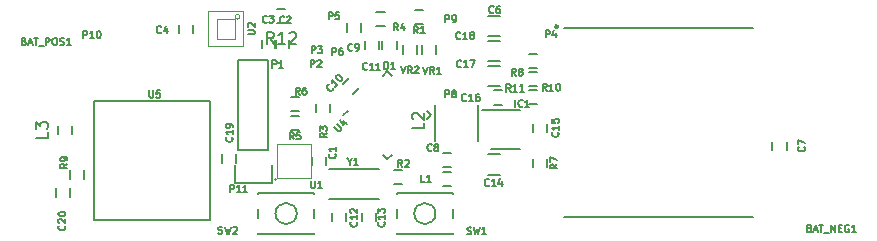
<source format=gto>
G04 #@! TF.FileFunction,Legend,Top*
%FSLAX46Y46*%
G04 Gerber Fmt 4.6, Leading zero omitted, Abs format (unit mm)*
G04 Created by KiCad (PCBNEW (2016-02-18 BZR 6566)-product) date Monday, 28 March 2016 10:54:37*
%MOMM*%
G01*
G04 APERTURE LIST*
%ADD10C,0.100000*%
%ADD11C,0.050000*%
%ADD12C,0.010000*%
%ADD13C,0.150000*%
%ADD14C,0.300000*%
G04 APERTURE END LIST*
D10*
D11*
X120140000Y-81239000D02*
X120140000Y-82939000D01*
X120140000Y-82939000D02*
X118620000Y-82939000D01*
X118620000Y-82939000D02*
X118620000Y-81239000D01*
X118620000Y-81239000D02*
X120140000Y-81239000D01*
D10*
X120580000Y-81089000D02*
G75*
G03X120580000Y-81089000I-200000J0D01*
G01*
D12*
X120880000Y-80589000D02*
X120880000Y-83589000D01*
X120880000Y-83589000D02*
X117880000Y-83589000D01*
X117880000Y-80589000D02*
X117880000Y-83589000D01*
X120880000Y-80589000D02*
X117880000Y-80589000D01*
D13*
X133070000Y-85697448D02*
X133441231Y-86068679D01*
X133070000Y-93122070D02*
X132698769Y-92750839D01*
X136782311Y-89409759D02*
X136411080Y-89038528D01*
X129357689Y-89409759D02*
X129728920Y-89038528D01*
X133070000Y-93122070D02*
X133441231Y-92750839D01*
X136782311Y-89409759D02*
X136411080Y-89780990D01*
X133070000Y-85697448D02*
X132698769Y-86068679D01*
X127880000Y-92960000D02*
X127880000Y-93660000D01*
X126680000Y-93660000D02*
X126680000Y-92960000D01*
X124760000Y-83060000D02*
X124760000Y-83760000D01*
X123560000Y-83760000D02*
X123560000Y-83060000D01*
X123670000Y-83050000D02*
X123670000Y-83750000D01*
X122470000Y-83750000D02*
X122470000Y-83050000D01*
X115460000Y-82460000D02*
X115460000Y-81760000D01*
X116660000Y-81760000D02*
X116660000Y-82460000D01*
X132650000Y-83850000D02*
X132650000Y-83150000D01*
X133850000Y-83150000D02*
X133850000Y-83850000D01*
X135400000Y-80500000D02*
X136100000Y-80500000D01*
X136100000Y-81700000D02*
X135400000Y-81700000D01*
X134300000Y-95260000D02*
X133600000Y-95260000D01*
X133600000Y-94060000D02*
X134300000Y-94060000D01*
X128260000Y-88490000D02*
X128260000Y-89190000D01*
X127060000Y-89190000D02*
X127060000Y-88490000D01*
X132150000Y-80650000D02*
X132850000Y-80650000D01*
X132850000Y-81850000D02*
X132150000Y-81850000D01*
X125610000Y-90700000D02*
X124910000Y-90700000D01*
X124910000Y-89500000D02*
X125610000Y-89500000D01*
X125600000Y-89100000D02*
X124900000Y-89100000D01*
X124900000Y-87900000D02*
X125600000Y-87900000D01*
X145400000Y-93850000D02*
X145400000Y-93150000D01*
X146600000Y-93150000D02*
X146600000Y-93850000D01*
X145770000Y-85410000D02*
X145070000Y-85410000D01*
X145070000Y-84210000D02*
X145770000Y-84210000D01*
X106170000Y-94790000D02*
X106170000Y-94090000D01*
X107370000Y-94090000D02*
X107370000Y-94790000D01*
X136020000Y-84200000D02*
X136020000Y-83500000D01*
X137220000Y-83500000D02*
X137220000Y-84200000D01*
X134390000Y-84200000D02*
X134390000Y-83500000D01*
X135590000Y-83500000D02*
X135590000Y-84200000D01*
X132350000Y-96550000D02*
X128150000Y-96550000D01*
X132350000Y-93950000D02*
X128150000Y-93950000D01*
X138470000Y-93830000D02*
X137770000Y-93830000D01*
X137770000Y-92630000D02*
X138470000Y-92630000D01*
X130850000Y-81650000D02*
X130850000Y-82350000D01*
X129650000Y-82350000D02*
X129650000Y-81650000D01*
X129358579Y-86742893D02*
X129853553Y-86247919D01*
X130702081Y-87096447D02*
X130207107Y-87591421D01*
X131150000Y-83850000D02*
X131150000Y-83150000D01*
X132350000Y-83150000D02*
X132350000Y-83850000D01*
X129600000Y-97690000D02*
X129600000Y-98390000D01*
X128400000Y-98390000D02*
X128400000Y-97690000D01*
X130900000Y-98400000D02*
X130900000Y-97700000D01*
X132100000Y-97700000D02*
X132100000Y-98400000D01*
D11*
X123690711Y-94860000D02*
G75*
G03X123690711Y-94860000I-70711J0D01*
G01*
X123720000Y-91860000D02*
X126620000Y-91860000D01*
X126620000Y-91860000D02*
X126620000Y-94760000D01*
X126620000Y-94760000D02*
X123720000Y-94760000D01*
X123720000Y-94760000D02*
X123720000Y-91860000D01*
D14*
X147470711Y-81900000D02*
G75*
G03X147470711Y-81900000I-70711J0D01*
G01*
D13*
X148000000Y-82000000D02*
X164000000Y-82000000D01*
X148000000Y-98000000D02*
X164000000Y-98000000D01*
X118020000Y-98050000D02*
X118020000Y-98300000D01*
X118020000Y-98300000D02*
X108220000Y-98300000D01*
X108220000Y-98300000D02*
X108220000Y-88250000D01*
X108220000Y-88250000D02*
X118020000Y-88250000D01*
X118020000Y-88250000D02*
X118020000Y-98050000D01*
X142600000Y-81050000D02*
X141600000Y-81050000D01*
X141600000Y-82750000D02*
X142600000Y-82750000D01*
X166875000Y-91650000D02*
X166875000Y-92350000D01*
X165675000Y-92350000D02*
X165675000Y-91650000D01*
X142600000Y-92750000D02*
X141600000Y-92750000D01*
X141600000Y-94450000D02*
X142600000Y-94450000D01*
X146600000Y-90140000D02*
X146600000Y-90840000D01*
X145400000Y-90840000D02*
X145400000Y-90140000D01*
X142110000Y-87320000D02*
X142810000Y-87320000D01*
X142810000Y-88520000D02*
X142110000Y-88520000D01*
X142600000Y-85250000D02*
X141600000Y-85250000D01*
X141600000Y-86950000D02*
X142600000Y-86950000D01*
X142600000Y-83150000D02*
X141600000Y-83150000D01*
X141600000Y-84850000D02*
X142600000Y-84850000D01*
X120270000Y-92740000D02*
X120270000Y-93440000D01*
X119070000Y-93440000D02*
X119070000Y-92740000D01*
X106220000Y-95610000D02*
X106220000Y-96310000D01*
X105020000Y-96310000D02*
X105020000Y-95610000D01*
X137770000Y-94250000D02*
X138470000Y-94250000D01*
X138470000Y-95450000D02*
X137770000Y-95450000D01*
X122992000Y-92376000D02*
X122992000Y-84756000D01*
X120452000Y-92376000D02*
X120452000Y-84756000D01*
X120172000Y-95196000D02*
X120172000Y-93646000D01*
X122992000Y-84756000D02*
X120452000Y-84756000D01*
X120452000Y-92376000D02*
X122992000Y-92376000D01*
X123272000Y-93646000D02*
X123272000Y-95196000D01*
X123272000Y-95196000D02*
X120172000Y-95196000D01*
X138600000Y-96000000D02*
X138600000Y-96100000D01*
X138600000Y-99500000D02*
X138600000Y-99400000D01*
X133900000Y-99400000D02*
X133900000Y-99500000D01*
X133900000Y-96000000D02*
X133900000Y-96100000D01*
X133900000Y-97400000D02*
X133900000Y-98100000D01*
X138600000Y-97400000D02*
X138600000Y-98100000D01*
X138600000Y-96000000D02*
X133900000Y-96000000D01*
X133900000Y-99500000D02*
X138600000Y-99500000D01*
X137150000Y-97750000D02*
G75*
G03X137150000Y-97750000I-900000J0D01*
G01*
X126850000Y-96000000D02*
X126850000Y-96100000D01*
X126850000Y-99500000D02*
X126850000Y-99400000D01*
X122150000Y-99400000D02*
X122150000Y-99500000D01*
X122150000Y-96000000D02*
X122150000Y-96100000D01*
X122150000Y-97400000D02*
X122150000Y-98100000D01*
X126850000Y-97400000D02*
X126850000Y-98100000D01*
X126850000Y-96000000D02*
X122150000Y-96000000D01*
X122150000Y-99500000D02*
X126850000Y-99500000D01*
X125400000Y-97750000D02*
G75*
G03X125400000Y-97750000I-900000J0D01*
G01*
X141825000Y-92290000D02*
X144275000Y-92290000D01*
X141100000Y-88990000D02*
X144275000Y-88990000D01*
X145770000Y-88500000D02*
X145070000Y-88500000D01*
X145070000Y-87300000D02*
X145770000Y-87300000D01*
X145770000Y-86940000D02*
X145070000Y-86940000D01*
X145070000Y-85740000D02*
X145770000Y-85740000D01*
X140740860Y-88598860D02*
X140740860Y-91601140D01*
X137139140Y-88598860D02*
X137139140Y-91601140D01*
X105170000Y-91028000D02*
X105170000Y-90328000D01*
X106370000Y-90328000D02*
X106370000Y-91028000D01*
X124440000Y-81630000D02*
X123740000Y-81630000D01*
X123740000Y-80430000D02*
X124440000Y-80430000D01*
X121251429Y-82546143D02*
X121737143Y-82546143D01*
X121794286Y-82517571D01*
X121822857Y-82489000D01*
X121851429Y-82431857D01*
X121851429Y-82317571D01*
X121822857Y-82260429D01*
X121794286Y-82231857D01*
X121737143Y-82203286D01*
X121251429Y-82203286D01*
X121308571Y-81946143D02*
X121280000Y-81917572D01*
X121251429Y-81860429D01*
X121251429Y-81717572D01*
X121280000Y-81660429D01*
X121308571Y-81631858D01*
X121365714Y-81603286D01*
X121422857Y-81603286D01*
X121508571Y-81631858D01*
X121851429Y-81974715D01*
X121851429Y-81603286D01*
X128574416Y-90380914D02*
X128917868Y-90724366D01*
X128978478Y-90744569D01*
X129018883Y-90744569D01*
X129079493Y-90724366D01*
X129160305Y-90643553D01*
X129180507Y-90582944D01*
X129180508Y-90542538D01*
X129160304Y-90481929D01*
X128816853Y-90138478D01*
X129342132Y-89896041D02*
X129624975Y-90178884D01*
X129079492Y-89835431D02*
X129281523Y-90239493D01*
X129544162Y-89976854D01*
X128634286Y-92710000D02*
X128662857Y-92738571D01*
X128691429Y-92824285D01*
X128691429Y-92881428D01*
X128662857Y-92967143D01*
X128605714Y-93024285D01*
X128548571Y-93052857D01*
X128434286Y-93081428D01*
X128348571Y-93081428D01*
X128234286Y-93052857D01*
X128177143Y-93024285D01*
X128120000Y-92967143D01*
X128091429Y-92881428D01*
X128091429Y-92824285D01*
X128120000Y-92738571D01*
X128148571Y-92710000D01*
X128691429Y-92138571D02*
X128691429Y-92481428D01*
X128691429Y-92310000D02*
X128091429Y-92310000D01*
X128177143Y-92367143D01*
X128234286Y-92424285D01*
X128262857Y-92481428D01*
X124330000Y-81584286D02*
X124301429Y-81612857D01*
X124215715Y-81641429D01*
X124158572Y-81641429D01*
X124072857Y-81612857D01*
X124015715Y-81555714D01*
X123987143Y-81498571D01*
X123958572Y-81384286D01*
X123958572Y-81298571D01*
X123987143Y-81184286D01*
X124015715Y-81127143D01*
X124072857Y-81070000D01*
X124158572Y-81041429D01*
X124215715Y-81041429D01*
X124301429Y-81070000D01*
X124330000Y-81098571D01*
X124558572Y-81098571D02*
X124587143Y-81070000D01*
X124644286Y-81041429D01*
X124787143Y-81041429D01*
X124844286Y-81070000D01*
X124872857Y-81098571D01*
X124901429Y-81155714D01*
X124901429Y-81212857D01*
X124872857Y-81298571D01*
X124530000Y-81641429D01*
X124901429Y-81641429D01*
X122890000Y-81544286D02*
X122861429Y-81572857D01*
X122775715Y-81601429D01*
X122718572Y-81601429D01*
X122632857Y-81572857D01*
X122575715Y-81515714D01*
X122547143Y-81458571D01*
X122518572Y-81344286D01*
X122518572Y-81258571D01*
X122547143Y-81144286D01*
X122575715Y-81087143D01*
X122632857Y-81030000D01*
X122718572Y-81001429D01*
X122775715Y-81001429D01*
X122861429Y-81030000D01*
X122890000Y-81058571D01*
X123090000Y-81001429D02*
X123461429Y-81001429D01*
X123261429Y-81230000D01*
X123347143Y-81230000D01*
X123404286Y-81258571D01*
X123432857Y-81287143D01*
X123461429Y-81344286D01*
X123461429Y-81487143D01*
X123432857Y-81544286D01*
X123404286Y-81572857D01*
X123347143Y-81601429D01*
X123175715Y-81601429D01*
X123118572Y-81572857D01*
X123090000Y-81544286D01*
X113920000Y-82404286D02*
X113891429Y-82432857D01*
X113805715Y-82461429D01*
X113748572Y-82461429D01*
X113662857Y-82432857D01*
X113605715Y-82375714D01*
X113577143Y-82318571D01*
X113548572Y-82204286D01*
X113548572Y-82118571D01*
X113577143Y-82004286D01*
X113605715Y-81947143D01*
X113662857Y-81890000D01*
X113748572Y-81861429D01*
X113805715Y-81861429D01*
X113891429Y-81890000D01*
X113920000Y-81918571D01*
X114434286Y-82061429D02*
X114434286Y-82461429D01*
X114291429Y-81832857D02*
X114148572Y-82261429D01*
X114520000Y-82261429D01*
X132807143Y-85521429D02*
X132807143Y-84921429D01*
X132950000Y-84921429D01*
X133035715Y-84950000D01*
X133092857Y-85007143D01*
X133121429Y-85064286D01*
X133150000Y-85178571D01*
X133150000Y-85264286D01*
X133121429Y-85378571D01*
X133092857Y-85435714D01*
X133035715Y-85492857D01*
X132950000Y-85521429D01*
X132807143Y-85521429D01*
X133721429Y-85521429D02*
X133378572Y-85521429D01*
X133550000Y-85521429D02*
X133550000Y-84921429D01*
X133492857Y-85007143D01*
X133435715Y-85064286D01*
X133378572Y-85092857D01*
X123347143Y-85391429D02*
X123347143Y-84791429D01*
X123575715Y-84791429D01*
X123632857Y-84820000D01*
X123661429Y-84848571D01*
X123690000Y-84905714D01*
X123690000Y-84991429D01*
X123661429Y-85048571D01*
X123632857Y-85077143D01*
X123575715Y-85105714D01*
X123347143Y-85105714D01*
X124261429Y-85391429D02*
X123918572Y-85391429D01*
X124090000Y-85391429D02*
X124090000Y-84791429D01*
X124032857Y-84877143D01*
X123975715Y-84934286D01*
X123918572Y-84962857D01*
X126587143Y-85341429D02*
X126587143Y-84741429D01*
X126815715Y-84741429D01*
X126872857Y-84770000D01*
X126901429Y-84798571D01*
X126930000Y-84855714D01*
X126930000Y-84941429D01*
X126901429Y-84998571D01*
X126872857Y-85027143D01*
X126815715Y-85055714D01*
X126587143Y-85055714D01*
X127158572Y-84798571D02*
X127187143Y-84770000D01*
X127244286Y-84741429D01*
X127387143Y-84741429D01*
X127444286Y-84770000D01*
X127472857Y-84798571D01*
X127501429Y-84855714D01*
X127501429Y-84912857D01*
X127472857Y-84998571D01*
X127130000Y-85341429D01*
X127501429Y-85341429D01*
X126667143Y-84151429D02*
X126667143Y-83551429D01*
X126895715Y-83551429D01*
X126952857Y-83580000D01*
X126981429Y-83608571D01*
X127010000Y-83665714D01*
X127010000Y-83751429D01*
X126981429Y-83808571D01*
X126952857Y-83837143D01*
X126895715Y-83865714D01*
X126667143Y-83865714D01*
X127210000Y-83551429D02*
X127581429Y-83551429D01*
X127381429Y-83780000D01*
X127467143Y-83780000D01*
X127524286Y-83808571D01*
X127552857Y-83837143D01*
X127581429Y-83894286D01*
X127581429Y-84037143D01*
X127552857Y-84094286D01*
X127524286Y-84122857D01*
X127467143Y-84151429D01*
X127295715Y-84151429D01*
X127238572Y-84122857D01*
X127210000Y-84094286D01*
X146477143Y-82831429D02*
X146477143Y-82231429D01*
X146705715Y-82231429D01*
X146762857Y-82260000D01*
X146791429Y-82288571D01*
X146820000Y-82345714D01*
X146820000Y-82431429D01*
X146791429Y-82488571D01*
X146762857Y-82517143D01*
X146705715Y-82545714D01*
X146477143Y-82545714D01*
X147334286Y-82431429D02*
X147334286Y-82831429D01*
X147191429Y-82202857D02*
X147048572Y-82631429D01*
X147420000Y-82631429D01*
X128097143Y-81301429D02*
X128097143Y-80701429D01*
X128325715Y-80701429D01*
X128382857Y-80730000D01*
X128411429Y-80758571D01*
X128440000Y-80815714D01*
X128440000Y-80901429D01*
X128411429Y-80958571D01*
X128382857Y-80987143D01*
X128325715Y-81015714D01*
X128097143Y-81015714D01*
X128982857Y-80701429D02*
X128697143Y-80701429D01*
X128668572Y-80987143D01*
X128697143Y-80958571D01*
X128754286Y-80930000D01*
X128897143Y-80930000D01*
X128954286Y-80958571D01*
X128982857Y-80987143D01*
X129011429Y-81044286D01*
X129011429Y-81187143D01*
X128982857Y-81244286D01*
X128954286Y-81272857D01*
X128897143Y-81301429D01*
X128754286Y-81301429D01*
X128697143Y-81272857D01*
X128668572Y-81244286D01*
X128417143Y-84321429D02*
X128417143Y-83721429D01*
X128645715Y-83721429D01*
X128702857Y-83750000D01*
X128731429Y-83778571D01*
X128760000Y-83835714D01*
X128760000Y-83921429D01*
X128731429Y-83978571D01*
X128702857Y-84007143D01*
X128645715Y-84035714D01*
X128417143Y-84035714D01*
X129274286Y-83721429D02*
X129160000Y-83721429D01*
X129102857Y-83750000D01*
X129074286Y-83778571D01*
X129017143Y-83864286D01*
X128988572Y-83978571D01*
X128988572Y-84207143D01*
X129017143Y-84264286D01*
X129045715Y-84292857D01*
X129102857Y-84321429D01*
X129217143Y-84321429D01*
X129274286Y-84292857D01*
X129302857Y-84264286D01*
X129331429Y-84207143D01*
X129331429Y-84064286D01*
X129302857Y-84007143D01*
X129274286Y-83978571D01*
X129217143Y-83950000D01*
X129102857Y-83950000D01*
X129045715Y-83978571D01*
X129017143Y-84007143D01*
X128988572Y-84064286D01*
X137977143Y-87921429D02*
X137977143Y-87321429D01*
X138205715Y-87321429D01*
X138262857Y-87350000D01*
X138291429Y-87378571D01*
X138320000Y-87435714D01*
X138320000Y-87521429D01*
X138291429Y-87578571D01*
X138262857Y-87607143D01*
X138205715Y-87635714D01*
X137977143Y-87635714D01*
X138662857Y-87578571D02*
X138605715Y-87550000D01*
X138577143Y-87521429D01*
X138548572Y-87464286D01*
X138548572Y-87435714D01*
X138577143Y-87378571D01*
X138605715Y-87350000D01*
X138662857Y-87321429D01*
X138777143Y-87321429D01*
X138834286Y-87350000D01*
X138862857Y-87378571D01*
X138891429Y-87435714D01*
X138891429Y-87464286D01*
X138862857Y-87521429D01*
X138834286Y-87550000D01*
X138777143Y-87578571D01*
X138662857Y-87578571D01*
X138605715Y-87607143D01*
X138577143Y-87635714D01*
X138548572Y-87692857D01*
X138548572Y-87807143D01*
X138577143Y-87864286D01*
X138605715Y-87892857D01*
X138662857Y-87921429D01*
X138777143Y-87921429D01*
X138834286Y-87892857D01*
X138862857Y-87864286D01*
X138891429Y-87807143D01*
X138891429Y-87692857D01*
X138862857Y-87635714D01*
X138834286Y-87607143D01*
X138777143Y-87578571D01*
X137987143Y-81551429D02*
X137987143Y-80951429D01*
X138215715Y-80951429D01*
X138272857Y-80980000D01*
X138301429Y-81008571D01*
X138330000Y-81065714D01*
X138330000Y-81151429D01*
X138301429Y-81208571D01*
X138272857Y-81237143D01*
X138215715Y-81265714D01*
X137987143Y-81265714D01*
X138615715Y-81551429D02*
X138730000Y-81551429D01*
X138787143Y-81522857D01*
X138815715Y-81494286D01*
X138872857Y-81408571D01*
X138901429Y-81294286D01*
X138901429Y-81065714D01*
X138872857Y-81008571D01*
X138844286Y-80980000D01*
X138787143Y-80951429D01*
X138672857Y-80951429D01*
X138615715Y-80980000D01*
X138587143Y-81008571D01*
X138558572Y-81065714D01*
X138558572Y-81208571D01*
X138587143Y-81265714D01*
X138615715Y-81294286D01*
X138672857Y-81322857D01*
X138787143Y-81322857D01*
X138844286Y-81294286D01*
X138872857Y-81265714D01*
X138901429Y-81208571D01*
X107321428Y-82901429D02*
X107321428Y-82301429D01*
X107550000Y-82301429D01*
X107607142Y-82330000D01*
X107635714Y-82358571D01*
X107664285Y-82415714D01*
X107664285Y-82501429D01*
X107635714Y-82558571D01*
X107607142Y-82587143D01*
X107550000Y-82615714D01*
X107321428Y-82615714D01*
X108235714Y-82901429D02*
X107892857Y-82901429D01*
X108064285Y-82901429D02*
X108064285Y-82301429D01*
X108007142Y-82387143D01*
X107950000Y-82444286D01*
X107892857Y-82472857D01*
X108607143Y-82301429D02*
X108664286Y-82301429D01*
X108721429Y-82330000D01*
X108750000Y-82358571D01*
X108778571Y-82415714D01*
X108807143Y-82530000D01*
X108807143Y-82672857D01*
X108778571Y-82787143D01*
X108750000Y-82844286D01*
X108721429Y-82872857D01*
X108664286Y-82901429D01*
X108607143Y-82901429D01*
X108550000Y-82872857D01*
X108521429Y-82844286D01*
X108492857Y-82787143D01*
X108464286Y-82672857D01*
X108464286Y-82530000D01*
X108492857Y-82415714D01*
X108521429Y-82358571D01*
X108550000Y-82330000D01*
X108607143Y-82301429D01*
X135650000Y-82491429D02*
X135450000Y-82205714D01*
X135307143Y-82491429D02*
X135307143Y-81891429D01*
X135535715Y-81891429D01*
X135592857Y-81920000D01*
X135621429Y-81948571D01*
X135650000Y-82005714D01*
X135650000Y-82091429D01*
X135621429Y-82148571D01*
X135592857Y-82177143D01*
X135535715Y-82205714D01*
X135307143Y-82205714D01*
X136221429Y-82491429D02*
X135878572Y-82491429D01*
X136050000Y-82491429D02*
X136050000Y-81891429D01*
X135992857Y-81977143D01*
X135935715Y-82034286D01*
X135878572Y-82062857D01*
X134350000Y-93781429D02*
X134150000Y-93495714D01*
X134007143Y-93781429D02*
X134007143Y-93181429D01*
X134235715Y-93181429D01*
X134292857Y-93210000D01*
X134321429Y-93238571D01*
X134350000Y-93295714D01*
X134350000Y-93381429D01*
X134321429Y-93438571D01*
X134292857Y-93467143D01*
X134235715Y-93495714D01*
X134007143Y-93495714D01*
X134578572Y-93238571D02*
X134607143Y-93210000D01*
X134664286Y-93181429D01*
X134807143Y-93181429D01*
X134864286Y-93210000D01*
X134892857Y-93238571D01*
X134921429Y-93295714D01*
X134921429Y-93352857D01*
X134892857Y-93438571D01*
X134550000Y-93781429D01*
X134921429Y-93781429D01*
X127961429Y-90930000D02*
X127675714Y-91130000D01*
X127961429Y-91272857D02*
X127361429Y-91272857D01*
X127361429Y-91044285D01*
X127390000Y-90987143D01*
X127418571Y-90958571D01*
X127475714Y-90930000D01*
X127561429Y-90930000D01*
X127618571Y-90958571D01*
X127647143Y-90987143D01*
X127675714Y-91044285D01*
X127675714Y-91272857D01*
X127361429Y-90730000D02*
X127361429Y-90358571D01*
X127590000Y-90558571D01*
X127590000Y-90472857D01*
X127618571Y-90415714D01*
X127647143Y-90387143D01*
X127704286Y-90358571D01*
X127847143Y-90358571D01*
X127904286Y-90387143D01*
X127932857Y-90415714D01*
X127961429Y-90472857D01*
X127961429Y-90644285D01*
X127932857Y-90701428D01*
X127904286Y-90730000D01*
X133990000Y-82241429D02*
X133790000Y-81955714D01*
X133647143Y-82241429D02*
X133647143Y-81641429D01*
X133875715Y-81641429D01*
X133932857Y-81670000D01*
X133961429Y-81698571D01*
X133990000Y-81755714D01*
X133990000Y-81841429D01*
X133961429Y-81898571D01*
X133932857Y-81927143D01*
X133875715Y-81955714D01*
X133647143Y-81955714D01*
X134504286Y-81841429D02*
X134504286Y-82241429D01*
X134361429Y-81612857D02*
X134218572Y-82041429D01*
X134590000Y-82041429D01*
X125150000Y-91461429D02*
X124950000Y-91175714D01*
X124807143Y-91461429D02*
X124807143Y-90861429D01*
X125035715Y-90861429D01*
X125092857Y-90890000D01*
X125121429Y-90918571D01*
X125150000Y-90975714D01*
X125150000Y-91061429D01*
X125121429Y-91118571D01*
X125092857Y-91147143D01*
X125035715Y-91175714D01*
X124807143Y-91175714D01*
X125692857Y-90861429D02*
X125407143Y-90861429D01*
X125378572Y-91147143D01*
X125407143Y-91118571D01*
X125464286Y-91090000D01*
X125607143Y-91090000D01*
X125664286Y-91118571D01*
X125692857Y-91147143D01*
X125721429Y-91204286D01*
X125721429Y-91347143D01*
X125692857Y-91404286D01*
X125664286Y-91432857D01*
X125607143Y-91461429D01*
X125464286Y-91461429D01*
X125407143Y-91432857D01*
X125378572Y-91404286D01*
X125660000Y-87681429D02*
X125460000Y-87395714D01*
X125317143Y-87681429D02*
X125317143Y-87081429D01*
X125545715Y-87081429D01*
X125602857Y-87110000D01*
X125631429Y-87138571D01*
X125660000Y-87195714D01*
X125660000Y-87281429D01*
X125631429Y-87338571D01*
X125602857Y-87367143D01*
X125545715Y-87395714D01*
X125317143Y-87395714D01*
X126174286Y-87081429D02*
X126060000Y-87081429D01*
X126002857Y-87110000D01*
X125974286Y-87138571D01*
X125917143Y-87224286D01*
X125888572Y-87338571D01*
X125888572Y-87567143D01*
X125917143Y-87624286D01*
X125945715Y-87652857D01*
X126002857Y-87681429D01*
X126117143Y-87681429D01*
X126174286Y-87652857D01*
X126202857Y-87624286D01*
X126231429Y-87567143D01*
X126231429Y-87424286D01*
X126202857Y-87367143D01*
X126174286Y-87338571D01*
X126117143Y-87310000D01*
X126002857Y-87310000D01*
X125945715Y-87338571D01*
X125917143Y-87367143D01*
X125888572Y-87424286D01*
X147471429Y-93580000D02*
X147185714Y-93780000D01*
X147471429Y-93922857D02*
X146871429Y-93922857D01*
X146871429Y-93694285D01*
X146900000Y-93637143D01*
X146928571Y-93608571D01*
X146985714Y-93580000D01*
X147071429Y-93580000D01*
X147128571Y-93608571D01*
X147157143Y-93637143D01*
X147185714Y-93694285D01*
X147185714Y-93922857D01*
X146871429Y-93380000D02*
X146871429Y-92980000D01*
X147471429Y-93237143D01*
X143950000Y-86086429D02*
X143750000Y-85800714D01*
X143607143Y-86086429D02*
X143607143Y-85486429D01*
X143835715Y-85486429D01*
X143892857Y-85515000D01*
X143921429Y-85543571D01*
X143950000Y-85600714D01*
X143950000Y-85686429D01*
X143921429Y-85743571D01*
X143892857Y-85772143D01*
X143835715Y-85800714D01*
X143607143Y-85800714D01*
X144292857Y-85743571D02*
X144235715Y-85715000D01*
X144207143Y-85686429D01*
X144178572Y-85629286D01*
X144178572Y-85600714D01*
X144207143Y-85543571D01*
X144235715Y-85515000D01*
X144292857Y-85486429D01*
X144407143Y-85486429D01*
X144464286Y-85515000D01*
X144492857Y-85543571D01*
X144521429Y-85600714D01*
X144521429Y-85629286D01*
X144492857Y-85686429D01*
X144464286Y-85715000D01*
X144407143Y-85743571D01*
X144292857Y-85743571D01*
X144235715Y-85772143D01*
X144207143Y-85800714D01*
X144178572Y-85857857D01*
X144178572Y-85972143D01*
X144207143Y-86029286D01*
X144235715Y-86057857D01*
X144292857Y-86086429D01*
X144407143Y-86086429D01*
X144464286Y-86057857D01*
X144492857Y-86029286D01*
X144521429Y-85972143D01*
X144521429Y-85857857D01*
X144492857Y-85800714D01*
X144464286Y-85772143D01*
X144407143Y-85743571D01*
X105981429Y-93520000D02*
X105695714Y-93720000D01*
X105981429Y-93862857D02*
X105381429Y-93862857D01*
X105381429Y-93634285D01*
X105410000Y-93577143D01*
X105438571Y-93548571D01*
X105495714Y-93520000D01*
X105581429Y-93520000D01*
X105638571Y-93548571D01*
X105667143Y-93577143D01*
X105695714Y-93634285D01*
X105695714Y-93862857D01*
X105981429Y-93234285D02*
X105981429Y-93120000D01*
X105952857Y-93062857D01*
X105924286Y-93034285D01*
X105838571Y-92977143D01*
X105724286Y-92948571D01*
X105495714Y-92948571D01*
X105438571Y-92977143D01*
X105410000Y-93005714D01*
X105381429Y-93062857D01*
X105381429Y-93177143D01*
X105410000Y-93234285D01*
X105438571Y-93262857D01*
X105495714Y-93291428D01*
X105638571Y-93291428D01*
X105695714Y-93262857D01*
X105724286Y-93234285D01*
X105752857Y-93177143D01*
X105752857Y-93062857D01*
X105724286Y-93005714D01*
X105695714Y-92977143D01*
X105638571Y-92948571D01*
X136074286Y-85311429D02*
X136274286Y-85911429D01*
X136474286Y-85311429D01*
X137017143Y-85911429D02*
X136817143Y-85625714D01*
X136674286Y-85911429D02*
X136674286Y-85311429D01*
X136902858Y-85311429D01*
X136960000Y-85340000D01*
X136988572Y-85368571D01*
X137017143Y-85425714D01*
X137017143Y-85511429D01*
X136988572Y-85568571D01*
X136960000Y-85597143D01*
X136902858Y-85625714D01*
X136674286Y-85625714D01*
X137588572Y-85911429D02*
X137245715Y-85911429D01*
X137417143Y-85911429D02*
X137417143Y-85311429D01*
X137360000Y-85397143D01*
X137302858Y-85454286D01*
X137245715Y-85482857D01*
X134214286Y-85281429D02*
X134414286Y-85881429D01*
X134614286Y-85281429D01*
X135157143Y-85881429D02*
X134957143Y-85595714D01*
X134814286Y-85881429D02*
X134814286Y-85281429D01*
X135042858Y-85281429D01*
X135100000Y-85310000D01*
X135128572Y-85338571D01*
X135157143Y-85395714D01*
X135157143Y-85481429D01*
X135128572Y-85538571D01*
X135100000Y-85567143D01*
X135042858Y-85595714D01*
X134814286Y-85595714D01*
X135385715Y-85338571D02*
X135414286Y-85310000D01*
X135471429Y-85281429D01*
X135614286Y-85281429D01*
X135671429Y-85310000D01*
X135700000Y-85338571D01*
X135728572Y-85395714D01*
X135728572Y-85452857D01*
X135700000Y-85538571D01*
X135357143Y-85881429D01*
X135728572Y-85881429D01*
X129874286Y-93365714D02*
X129874286Y-93651429D01*
X129674286Y-93051429D02*
X129874286Y-93365714D01*
X130074286Y-93051429D01*
X130588572Y-93651429D02*
X130245715Y-93651429D01*
X130417143Y-93651429D02*
X130417143Y-93051429D01*
X130360000Y-93137143D01*
X130302858Y-93194286D01*
X130245715Y-93222857D01*
X136820000Y-92404286D02*
X136791429Y-92432857D01*
X136705715Y-92461429D01*
X136648572Y-92461429D01*
X136562857Y-92432857D01*
X136505715Y-92375714D01*
X136477143Y-92318571D01*
X136448572Y-92204286D01*
X136448572Y-92118571D01*
X136477143Y-92004286D01*
X136505715Y-91947143D01*
X136562857Y-91890000D01*
X136648572Y-91861429D01*
X136705715Y-91861429D01*
X136791429Y-91890000D01*
X136820000Y-91918571D01*
X137162857Y-92118571D02*
X137105715Y-92090000D01*
X137077143Y-92061429D01*
X137048572Y-92004286D01*
X137048572Y-91975714D01*
X137077143Y-91918571D01*
X137105715Y-91890000D01*
X137162857Y-91861429D01*
X137277143Y-91861429D01*
X137334286Y-91890000D01*
X137362857Y-91918571D01*
X137391429Y-91975714D01*
X137391429Y-92004286D01*
X137362857Y-92061429D01*
X137334286Y-92090000D01*
X137277143Y-92118571D01*
X137162857Y-92118571D01*
X137105715Y-92147143D01*
X137077143Y-92175714D01*
X137048572Y-92232857D01*
X137048572Y-92347143D01*
X137077143Y-92404286D01*
X137105715Y-92432857D01*
X137162857Y-92461429D01*
X137277143Y-92461429D01*
X137334286Y-92432857D01*
X137362857Y-92404286D01*
X137391429Y-92347143D01*
X137391429Y-92232857D01*
X137362857Y-92175714D01*
X137334286Y-92147143D01*
X137277143Y-92118571D01*
X130100000Y-83904286D02*
X130071429Y-83932857D01*
X129985715Y-83961429D01*
X129928572Y-83961429D01*
X129842857Y-83932857D01*
X129785715Y-83875714D01*
X129757143Y-83818571D01*
X129728572Y-83704286D01*
X129728572Y-83618571D01*
X129757143Y-83504286D01*
X129785715Y-83447143D01*
X129842857Y-83390000D01*
X129928572Y-83361429D01*
X129985715Y-83361429D01*
X130071429Y-83390000D01*
X130100000Y-83418571D01*
X130385715Y-83961429D02*
X130500000Y-83961429D01*
X130557143Y-83932857D01*
X130585715Y-83904286D01*
X130642857Y-83818571D01*
X130671429Y-83704286D01*
X130671429Y-83475714D01*
X130642857Y-83418571D01*
X130614286Y-83390000D01*
X130557143Y-83361429D01*
X130442857Y-83361429D01*
X130385715Y-83390000D01*
X130357143Y-83418571D01*
X130328572Y-83475714D01*
X130328572Y-83618571D01*
X130357143Y-83675714D01*
X130385715Y-83704286D01*
X130442857Y-83732857D01*
X130557143Y-83732857D01*
X130614286Y-83704286D01*
X130642857Y-83675714D01*
X130671429Y-83618571D01*
X128478781Y-87134265D02*
X128478781Y-87174670D01*
X128438376Y-87255483D01*
X128397970Y-87295889D01*
X128317157Y-87336295D01*
X128236345Y-87336294D01*
X128175735Y-87316092D01*
X128074721Y-87255483D01*
X128014111Y-87194873D01*
X127953502Y-87093859D01*
X127933299Y-87033249D01*
X127933299Y-86952437D01*
X127973706Y-86871625D01*
X128014112Y-86831219D01*
X128094924Y-86790812D01*
X128135329Y-86790812D01*
X128923249Y-86770610D02*
X128680812Y-87013046D01*
X128802030Y-86891828D02*
X128377766Y-86467564D01*
X128397969Y-86568579D01*
X128397970Y-86649391D01*
X128377766Y-86710000D01*
X128761625Y-86083706D02*
X128802031Y-86043299D01*
X128862640Y-86023096D01*
X128903045Y-86023096D01*
X128963654Y-86043299D01*
X129064670Y-86103908D01*
X129165685Y-86204924D01*
X129226294Y-86305939D01*
X129246498Y-86366548D01*
X129246498Y-86406954D01*
X129226295Y-86467563D01*
X129185889Y-86507970D01*
X129125279Y-86528172D01*
X129084874Y-86528172D01*
X129024264Y-86507970D01*
X128923249Y-86447360D01*
X128822234Y-86346345D01*
X128761624Y-86245330D01*
X128741421Y-86184720D01*
X128741421Y-86144315D01*
X128761625Y-86083706D01*
X131344285Y-85514286D02*
X131315714Y-85542857D01*
X131230000Y-85571429D01*
X131172857Y-85571429D01*
X131087142Y-85542857D01*
X131030000Y-85485714D01*
X131001428Y-85428571D01*
X130972857Y-85314286D01*
X130972857Y-85228571D01*
X131001428Y-85114286D01*
X131030000Y-85057143D01*
X131087142Y-85000000D01*
X131172857Y-84971429D01*
X131230000Y-84971429D01*
X131315714Y-85000000D01*
X131344285Y-85028571D01*
X131915714Y-85571429D02*
X131572857Y-85571429D01*
X131744285Y-85571429D02*
X131744285Y-84971429D01*
X131687142Y-85057143D01*
X131630000Y-85114286D01*
X131572857Y-85142857D01*
X132487143Y-85571429D02*
X132144286Y-85571429D01*
X132315714Y-85571429D02*
X132315714Y-84971429D01*
X132258571Y-85057143D01*
X132201429Y-85114286D01*
X132144286Y-85142857D01*
X130484286Y-98475715D02*
X130512857Y-98504286D01*
X130541429Y-98590000D01*
X130541429Y-98647143D01*
X130512857Y-98732858D01*
X130455714Y-98790000D01*
X130398571Y-98818572D01*
X130284286Y-98847143D01*
X130198571Y-98847143D01*
X130084286Y-98818572D01*
X130027143Y-98790000D01*
X129970000Y-98732858D01*
X129941429Y-98647143D01*
X129941429Y-98590000D01*
X129970000Y-98504286D01*
X129998571Y-98475715D01*
X130541429Y-97904286D02*
X130541429Y-98247143D01*
X130541429Y-98075715D02*
X129941429Y-98075715D01*
X130027143Y-98132858D01*
X130084286Y-98190000D01*
X130112857Y-98247143D01*
X129998571Y-97675714D02*
X129970000Y-97647143D01*
X129941429Y-97590000D01*
X129941429Y-97447143D01*
X129970000Y-97390000D01*
X129998571Y-97361429D01*
X130055714Y-97332857D01*
X130112857Y-97332857D01*
X130198571Y-97361429D01*
X130541429Y-97704286D01*
X130541429Y-97332857D01*
X132794286Y-98475715D02*
X132822857Y-98504286D01*
X132851429Y-98590000D01*
X132851429Y-98647143D01*
X132822857Y-98732858D01*
X132765714Y-98790000D01*
X132708571Y-98818572D01*
X132594286Y-98847143D01*
X132508571Y-98847143D01*
X132394286Y-98818572D01*
X132337143Y-98790000D01*
X132280000Y-98732858D01*
X132251429Y-98647143D01*
X132251429Y-98590000D01*
X132280000Y-98504286D01*
X132308571Y-98475715D01*
X132851429Y-97904286D02*
X132851429Y-98247143D01*
X132851429Y-98075715D02*
X132251429Y-98075715D01*
X132337143Y-98132858D01*
X132394286Y-98190000D01*
X132422857Y-98247143D01*
X132251429Y-97704286D02*
X132251429Y-97332857D01*
X132480000Y-97532857D01*
X132480000Y-97447143D01*
X132508571Y-97390000D01*
X132537143Y-97361429D01*
X132594286Y-97332857D01*
X132737143Y-97332857D01*
X132794286Y-97361429D01*
X132822857Y-97390000D01*
X132851429Y-97447143D01*
X132851429Y-97618571D01*
X132822857Y-97675714D01*
X132794286Y-97704286D01*
X126602857Y-94991429D02*
X126602857Y-95477143D01*
X126631429Y-95534286D01*
X126660000Y-95562857D01*
X126717143Y-95591429D01*
X126831429Y-95591429D01*
X126888571Y-95562857D01*
X126917143Y-95534286D01*
X126945714Y-95477143D01*
X126945714Y-94991429D01*
X127545714Y-95591429D02*
X127202857Y-95591429D01*
X127374285Y-95591429D02*
X127374285Y-94991429D01*
X127317142Y-95077143D01*
X127260000Y-95134286D01*
X127202857Y-95162857D01*
X112922857Y-87331429D02*
X112922857Y-87817143D01*
X112951429Y-87874286D01*
X112980000Y-87902857D01*
X113037143Y-87931429D01*
X113151429Y-87931429D01*
X113208571Y-87902857D01*
X113237143Y-87874286D01*
X113265714Y-87817143D01*
X113265714Y-87331429D01*
X113837142Y-87331429D02*
X113551428Y-87331429D01*
X113522857Y-87617143D01*
X113551428Y-87588571D01*
X113608571Y-87560000D01*
X113751428Y-87560000D01*
X113808571Y-87588571D01*
X113837142Y-87617143D01*
X113865714Y-87674286D01*
X113865714Y-87817143D01*
X113837142Y-87874286D01*
X113808571Y-87902857D01*
X113751428Y-87931429D01*
X113608571Y-87931429D01*
X113551428Y-87902857D01*
X113522857Y-87874286D01*
X142064000Y-80719286D02*
X142035429Y-80747857D01*
X141949715Y-80776429D01*
X141892572Y-80776429D01*
X141806857Y-80747857D01*
X141749715Y-80690714D01*
X141721143Y-80633571D01*
X141692572Y-80519286D01*
X141692572Y-80433571D01*
X141721143Y-80319286D01*
X141749715Y-80262143D01*
X141806857Y-80205000D01*
X141892572Y-80176429D01*
X141949715Y-80176429D01*
X142035429Y-80205000D01*
X142064000Y-80233571D01*
X142578286Y-80176429D02*
X142464000Y-80176429D01*
X142406857Y-80205000D01*
X142378286Y-80233571D01*
X142321143Y-80319286D01*
X142292572Y-80433571D01*
X142292572Y-80662143D01*
X142321143Y-80719286D01*
X142349715Y-80747857D01*
X142406857Y-80776429D01*
X142521143Y-80776429D01*
X142578286Y-80747857D01*
X142606857Y-80719286D01*
X142635429Y-80662143D01*
X142635429Y-80519286D01*
X142606857Y-80462143D01*
X142578286Y-80433571D01*
X142521143Y-80405000D01*
X142406857Y-80405000D01*
X142349715Y-80433571D01*
X142321143Y-80462143D01*
X142292572Y-80519286D01*
X168389286Y-92100000D02*
X168417857Y-92128571D01*
X168446429Y-92214285D01*
X168446429Y-92271428D01*
X168417857Y-92357143D01*
X168360714Y-92414285D01*
X168303571Y-92442857D01*
X168189286Y-92471428D01*
X168103571Y-92471428D01*
X167989286Y-92442857D01*
X167932143Y-92414285D01*
X167875000Y-92357143D01*
X167846429Y-92271428D01*
X167846429Y-92214285D01*
X167875000Y-92128571D01*
X167903571Y-92100000D01*
X167846429Y-91900000D02*
X167846429Y-91500000D01*
X168446429Y-91757143D01*
X141680285Y-95351286D02*
X141651714Y-95379857D01*
X141566000Y-95408429D01*
X141508857Y-95408429D01*
X141423142Y-95379857D01*
X141366000Y-95322714D01*
X141337428Y-95265571D01*
X141308857Y-95151286D01*
X141308857Y-95065571D01*
X141337428Y-94951286D01*
X141366000Y-94894143D01*
X141423142Y-94837000D01*
X141508857Y-94808429D01*
X141566000Y-94808429D01*
X141651714Y-94837000D01*
X141680285Y-94865571D01*
X142251714Y-95408429D02*
X141908857Y-95408429D01*
X142080285Y-95408429D02*
X142080285Y-94808429D01*
X142023142Y-94894143D01*
X141966000Y-94951286D01*
X141908857Y-94979857D01*
X142766000Y-95008429D02*
X142766000Y-95408429D01*
X142623143Y-94779857D02*
X142480286Y-95208429D01*
X142851714Y-95208429D01*
X147535286Y-90870715D02*
X147563857Y-90899286D01*
X147592429Y-90985000D01*
X147592429Y-91042143D01*
X147563857Y-91127858D01*
X147506714Y-91185000D01*
X147449571Y-91213572D01*
X147335286Y-91242143D01*
X147249571Y-91242143D01*
X147135286Y-91213572D01*
X147078143Y-91185000D01*
X147021000Y-91127858D01*
X146992429Y-91042143D01*
X146992429Y-90985000D01*
X147021000Y-90899286D01*
X147049571Y-90870715D01*
X147592429Y-90299286D02*
X147592429Y-90642143D01*
X147592429Y-90470715D02*
X146992429Y-90470715D01*
X147078143Y-90527858D01*
X147135286Y-90585000D01*
X147163857Y-90642143D01*
X146992429Y-89756429D02*
X146992429Y-90042143D01*
X147278143Y-90070714D01*
X147249571Y-90042143D01*
X147221000Y-89985000D01*
X147221000Y-89842143D01*
X147249571Y-89785000D01*
X147278143Y-89756429D01*
X147335286Y-89727857D01*
X147478143Y-89727857D01*
X147535286Y-89756429D01*
X147563857Y-89785000D01*
X147592429Y-89842143D01*
X147592429Y-89985000D01*
X147563857Y-90042143D01*
X147535286Y-90070714D01*
X139744285Y-88154286D02*
X139715714Y-88182857D01*
X139630000Y-88211429D01*
X139572857Y-88211429D01*
X139487142Y-88182857D01*
X139430000Y-88125714D01*
X139401428Y-88068571D01*
X139372857Y-87954286D01*
X139372857Y-87868571D01*
X139401428Y-87754286D01*
X139430000Y-87697143D01*
X139487142Y-87640000D01*
X139572857Y-87611429D01*
X139630000Y-87611429D01*
X139715714Y-87640000D01*
X139744285Y-87668571D01*
X140315714Y-88211429D02*
X139972857Y-88211429D01*
X140144285Y-88211429D02*
X140144285Y-87611429D01*
X140087142Y-87697143D01*
X140030000Y-87754286D01*
X139972857Y-87782857D01*
X140830000Y-87611429D02*
X140715714Y-87611429D01*
X140658571Y-87640000D01*
X140630000Y-87668571D01*
X140572857Y-87754286D01*
X140544286Y-87868571D01*
X140544286Y-88097143D01*
X140572857Y-88154286D01*
X140601429Y-88182857D01*
X140658571Y-88211429D01*
X140772857Y-88211429D01*
X140830000Y-88182857D01*
X140858571Y-88154286D01*
X140887143Y-88097143D01*
X140887143Y-87954286D01*
X140858571Y-87897143D01*
X140830000Y-87868571D01*
X140772857Y-87840000D01*
X140658571Y-87840000D01*
X140601429Y-87868571D01*
X140572857Y-87897143D01*
X140544286Y-87954286D01*
X139304285Y-85318286D02*
X139275714Y-85346857D01*
X139190000Y-85375429D01*
X139132857Y-85375429D01*
X139047142Y-85346857D01*
X138990000Y-85289714D01*
X138961428Y-85232571D01*
X138932857Y-85118286D01*
X138932857Y-85032571D01*
X138961428Y-84918286D01*
X138990000Y-84861143D01*
X139047142Y-84804000D01*
X139132857Y-84775429D01*
X139190000Y-84775429D01*
X139275714Y-84804000D01*
X139304285Y-84832571D01*
X139875714Y-85375429D02*
X139532857Y-85375429D01*
X139704285Y-85375429D02*
X139704285Y-84775429D01*
X139647142Y-84861143D01*
X139590000Y-84918286D01*
X139532857Y-84946857D01*
X140075714Y-84775429D02*
X140475714Y-84775429D01*
X140218571Y-85375429D01*
X139266285Y-82927286D02*
X139237714Y-82955857D01*
X139152000Y-82984429D01*
X139094857Y-82984429D01*
X139009142Y-82955857D01*
X138952000Y-82898714D01*
X138923428Y-82841571D01*
X138894857Y-82727286D01*
X138894857Y-82641571D01*
X138923428Y-82527286D01*
X138952000Y-82470143D01*
X139009142Y-82413000D01*
X139094857Y-82384429D01*
X139152000Y-82384429D01*
X139237714Y-82413000D01*
X139266285Y-82441571D01*
X139837714Y-82984429D02*
X139494857Y-82984429D01*
X139666285Y-82984429D02*
X139666285Y-82384429D01*
X139609142Y-82470143D01*
X139552000Y-82527286D01*
X139494857Y-82555857D01*
X140180571Y-82641571D02*
X140123429Y-82613000D01*
X140094857Y-82584429D01*
X140066286Y-82527286D01*
X140066286Y-82498714D01*
X140094857Y-82441571D01*
X140123429Y-82413000D01*
X140180571Y-82384429D01*
X140294857Y-82384429D01*
X140352000Y-82413000D01*
X140380571Y-82441571D01*
X140409143Y-82498714D01*
X140409143Y-82527286D01*
X140380571Y-82584429D01*
X140352000Y-82613000D01*
X140294857Y-82641571D01*
X140180571Y-82641571D01*
X140123429Y-82670143D01*
X140094857Y-82698714D01*
X140066286Y-82755857D01*
X140066286Y-82870143D01*
X140094857Y-82927286D01*
X140123429Y-82955857D01*
X140180571Y-82984429D01*
X140294857Y-82984429D01*
X140352000Y-82955857D01*
X140380571Y-82927286D01*
X140409143Y-82870143D01*
X140409143Y-82755857D01*
X140380571Y-82698714D01*
X140352000Y-82670143D01*
X140294857Y-82641571D01*
X119924286Y-91285715D02*
X119952857Y-91314286D01*
X119981429Y-91400000D01*
X119981429Y-91457143D01*
X119952857Y-91542858D01*
X119895714Y-91600000D01*
X119838571Y-91628572D01*
X119724286Y-91657143D01*
X119638571Y-91657143D01*
X119524286Y-91628572D01*
X119467143Y-91600000D01*
X119410000Y-91542858D01*
X119381429Y-91457143D01*
X119381429Y-91400000D01*
X119410000Y-91314286D01*
X119438571Y-91285715D01*
X119981429Y-90714286D02*
X119981429Y-91057143D01*
X119981429Y-90885715D02*
X119381429Y-90885715D01*
X119467143Y-90942858D01*
X119524286Y-91000000D01*
X119552857Y-91057143D01*
X119981429Y-90428571D02*
X119981429Y-90314286D01*
X119952857Y-90257143D01*
X119924286Y-90228571D01*
X119838571Y-90171429D01*
X119724286Y-90142857D01*
X119495714Y-90142857D01*
X119438571Y-90171429D01*
X119410000Y-90200000D01*
X119381429Y-90257143D01*
X119381429Y-90371429D01*
X119410000Y-90428571D01*
X119438571Y-90457143D01*
X119495714Y-90485714D01*
X119638571Y-90485714D01*
X119695714Y-90457143D01*
X119724286Y-90428571D01*
X119752857Y-90371429D01*
X119752857Y-90257143D01*
X119724286Y-90200000D01*
X119695714Y-90171429D01*
X119638571Y-90142857D01*
X105764286Y-98765715D02*
X105792857Y-98794286D01*
X105821429Y-98880000D01*
X105821429Y-98937143D01*
X105792857Y-99022858D01*
X105735714Y-99080000D01*
X105678571Y-99108572D01*
X105564286Y-99137143D01*
X105478571Y-99137143D01*
X105364286Y-99108572D01*
X105307143Y-99080000D01*
X105250000Y-99022858D01*
X105221429Y-98937143D01*
X105221429Y-98880000D01*
X105250000Y-98794286D01*
X105278571Y-98765715D01*
X105278571Y-98537143D02*
X105250000Y-98508572D01*
X105221429Y-98451429D01*
X105221429Y-98308572D01*
X105250000Y-98251429D01*
X105278571Y-98222858D01*
X105335714Y-98194286D01*
X105392857Y-98194286D01*
X105478571Y-98222858D01*
X105821429Y-98565715D01*
X105821429Y-98194286D01*
X105221429Y-97822857D02*
X105221429Y-97765714D01*
X105250000Y-97708571D01*
X105278571Y-97680000D01*
X105335714Y-97651429D01*
X105450000Y-97622857D01*
X105592857Y-97622857D01*
X105707143Y-97651429D01*
X105764286Y-97680000D01*
X105792857Y-97708571D01*
X105821429Y-97765714D01*
X105821429Y-97822857D01*
X105792857Y-97880000D01*
X105764286Y-97908571D01*
X105707143Y-97937143D01*
X105592857Y-97965714D01*
X105450000Y-97965714D01*
X105335714Y-97937143D01*
X105278571Y-97908571D01*
X105250000Y-97880000D01*
X105221429Y-97822857D01*
X136230000Y-95111429D02*
X135944286Y-95111429D01*
X135944286Y-94511429D01*
X136744286Y-95111429D02*
X136401429Y-95111429D01*
X136572857Y-95111429D02*
X136572857Y-94511429D01*
X136515714Y-94597143D01*
X136458572Y-94654286D01*
X136401429Y-94682857D01*
X119741428Y-95931429D02*
X119741428Y-95331429D01*
X119970000Y-95331429D01*
X120027142Y-95360000D01*
X120055714Y-95388571D01*
X120084285Y-95445714D01*
X120084285Y-95531429D01*
X120055714Y-95588571D01*
X120027142Y-95617143D01*
X119970000Y-95645714D01*
X119741428Y-95645714D01*
X120655714Y-95931429D02*
X120312857Y-95931429D01*
X120484285Y-95931429D02*
X120484285Y-95331429D01*
X120427142Y-95417143D01*
X120370000Y-95474286D01*
X120312857Y-95502857D01*
X121227143Y-95931429D02*
X120884286Y-95931429D01*
X121055714Y-95931429D02*
X121055714Y-95331429D01*
X120998571Y-95417143D01*
X120941429Y-95474286D01*
X120884286Y-95502857D01*
X139840000Y-99482857D02*
X139925714Y-99511429D01*
X140068571Y-99511429D01*
X140125714Y-99482857D01*
X140154285Y-99454286D01*
X140182857Y-99397143D01*
X140182857Y-99340000D01*
X140154285Y-99282857D01*
X140125714Y-99254286D01*
X140068571Y-99225714D01*
X139954285Y-99197143D01*
X139897143Y-99168571D01*
X139868571Y-99140000D01*
X139840000Y-99082857D01*
X139840000Y-99025714D01*
X139868571Y-98968571D01*
X139897143Y-98940000D01*
X139954285Y-98911429D01*
X140097143Y-98911429D01*
X140182857Y-98940000D01*
X140382857Y-98911429D02*
X140525714Y-99511429D01*
X140640000Y-99082857D01*
X140754286Y-99511429D01*
X140897143Y-98911429D01*
X141440000Y-99511429D02*
X141097143Y-99511429D01*
X141268571Y-99511429D02*
X141268571Y-98911429D01*
X141211428Y-98997143D01*
X141154286Y-99054286D01*
X141097143Y-99082857D01*
X118770000Y-99432857D02*
X118855714Y-99461429D01*
X118998571Y-99461429D01*
X119055714Y-99432857D01*
X119084285Y-99404286D01*
X119112857Y-99347143D01*
X119112857Y-99290000D01*
X119084285Y-99232857D01*
X119055714Y-99204286D01*
X118998571Y-99175714D01*
X118884285Y-99147143D01*
X118827143Y-99118571D01*
X118798571Y-99090000D01*
X118770000Y-99032857D01*
X118770000Y-98975714D01*
X118798571Y-98918571D01*
X118827143Y-98890000D01*
X118884285Y-98861429D01*
X119027143Y-98861429D01*
X119112857Y-98890000D01*
X119312857Y-98861429D02*
X119455714Y-99461429D01*
X119570000Y-99032857D01*
X119684286Y-99461429D01*
X119827143Y-98861429D01*
X120027143Y-98918571D02*
X120055714Y-98890000D01*
X120112857Y-98861429D01*
X120255714Y-98861429D01*
X120312857Y-98890000D01*
X120341428Y-98918571D01*
X120370000Y-98975714D01*
X120370000Y-99032857D01*
X120341428Y-99118571D01*
X119998571Y-99461429D01*
X120370000Y-99461429D01*
X143906286Y-88718929D02*
X143906286Y-88118929D01*
X144534857Y-88661786D02*
X144506286Y-88690357D01*
X144420572Y-88718929D01*
X144363429Y-88718929D01*
X144277714Y-88690357D01*
X144220572Y-88633214D01*
X144192000Y-88576071D01*
X144163429Y-88461786D01*
X144163429Y-88376071D01*
X144192000Y-88261786D01*
X144220572Y-88204643D01*
X144277714Y-88147500D01*
X144363429Y-88118929D01*
X144420572Y-88118929D01*
X144506286Y-88147500D01*
X144534857Y-88176071D01*
X145106286Y-88718929D02*
X144763429Y-88718929D01*
X144934857Y-88718929D02*
X144934857Y-88118929D01*
X144877714Y-88204643D01*
X144820572Y-88261786D01*
X144763429Y-88290357D01*
X146564285Y-87344429D02*
X146364285Y-87058714D01*
X146221428Y-87344429D02*
X146221428Y-86744429D01*
X146450000Y-86744429D01*
X146507142Y-86773000D01*
X146535714Y-86801571D01*
X146564285Y-86858714D01*
X146564285Y-86944429D01*
X146535714Y-87001571D01*
X146507142Y-87030143D01*
X146450000Y-87058714D01*
X146221428Y-87058714D01*
X147135714Y-87344429D02*
X146792857Y-87344429D01*
X146964285Y-87344429D02*
X146964285Y-86744429D01*
X146907142Y-86830143D01*
X146850000Y-86887286D01*
X146792857Y-86915857D01*
X147507143Y-86744429D02*
X147564286Y-86744429D01*
X147621429Y-86773000D01*
X147650000Y-86801571D01*
X147678571Y-86858714D01*
X147707143Y-86973000D01*
X147707143Y-87115857D01*
X147678571Y-87230143D01*
X147650000Y-87287286D01*
X147621429Y-87315857D01*
X147564286Y-87344429D01*
X147507143Y-87344429D01*
X147450000Y-87315857D01*
X147421429Y-87287286D01*
X147392857Y-87230143D01*
X147364286Y-87115857D01*
X147364286Y-86973000D01*
X147392857Y-86858714D01*
X147421429Y-86801571D01*
X147450000Y-86773000D01*
X147507143Y-86744429D01*
X143504285Y-87417429D02*
X143304285Y-87131714D01*
X143161428Y-87417429D02*
X143161428Y-86817429D01*
X143390000Y-86817429D01*
X143447142Y-86846000D01*
X143475714Y-86874571D01*
X143504285Y-86931714D01*
X143504285Y-87017429D01*
X143475714Y-87074571D01*
X143447142Y-87103143D01*
X143390000Y-87131714D01*
X143161428Y-87131714D01*
X144075714Y-87417429D02*
X143732857Y-87417429D01*
X143904285Y-87417429D02*
X143904285Y-86817429D01*
X143847142Y-86903143D01*
X143790000Y-86960286D01*
X143732857Y-86988857D01*
X144647143Y-87417429D02*
X144304286Y-87417429D01*
X144475714Y-87417429D02*
X144475714Y-86817429D01*
X144418571Y-86903143D01*
X144361429Y-86960286D01*
X144304286Y-86988857D01*
X168817143Y-99007143D02*
X168902857Y-99035714D01*
X168931429Y-99064286D01*
X168960000Y-99121429D01*
X168960000Y-99207143D01*
X168931429Y-99264286D01*
X168902857Y-99292857D01*
X168845715Y-99321429D01*
X168617143Y-99321429D01*
X168617143Y-98721429D01*
X168817143Y-98721429D01*
X168874286Y-98750000D01*
X168902857Y-98778571D01*
X168931429Y-98835714D01*
X168931429Y-98892857D01*
X168902857Y-98950000D01*
X168874286Y-98978571D01*
X168817143Y-99007143D01*
X168617143Y-99007143D01*
X169188572Y-99150000D02*
X169474286Y-99150000D01*
X169131429Y-99321429D02*
X169331429Y-98721429D01*
X169531429Y-99321429D01*
X169645715Y-98721429D02*
X169988572Y-98721429D01*
X169817143Y-99321429D02*
X169817143Y-98721429D01*
X170045715Y-99378571D02*
X170502858Y-99378571D01*
X170645715Y-99321429D02*
X170645715Y-98721429D01*
X170988572Y-99321429D01*
X170988572Y-98721429D01*
X171274286Y-99007143D02*
X171474286Y-99007143D01*
X171560000Y-99321429D02*
X171274286Y-99321429D01*
X171274286Y-98721429D01*
X171560000Y-98721429D01*
X172131429Y-98750000D02*
X172074286Y-98721429D01*
X171988572Y-98721429D01*
X171902857Y-98750000D01*
X171845715Y-98807143D01*
X171817143Y-98864286D01*
X171788572Y-98978571D01*
X171788572Y-99064286D01*
X171817143Y-99178571D01*
X171845715Y-99235714D01*
X171902857Y-99292857D01*
X171988572Y-99321429D01*
X172045715Y-99321429D01*
X172131429Y-99292857D01*
X172160000Y-99264286D01*
X172160000Y-99064286D01*
X172045715Y-99064286D01*
X172731429Y-99321429D02*
X172388572Y-99321429D01*
X172560000Y-99321429D02*
X172560000Y-98721429D01*
X172502857Y-98807143D01*
X172445715Y-98864286D01*
X172388572Y-98892857D01*
X102322857Y-83177143D02*
X102408571Y-83205714D01*
X102437143Y-83234286D01*
X102465714Y-83291429D01*
X102465714Y-83377143D01*
X102437143Y-83434286D01*
X102408571Y-83462857D01*
X102351429Y-83491429D01*
X102122857Y-83491429D01*
X102122857Y-82891429D01*
X102322857Y-82891429D01*
X102380000Y-82920000D01*
X102408571Y-82948571D01*
X102437143Y-83005714D01*
X102437143Y-83062857D01*
X102408571Y-83120000D01*
X102380000Y-83148571D01*
X102322857Y-83177143D01*
X102122857Y-83177143D01*
X102694286Y-83320000D02*
X102980000Y-83320000D01*
X102637143Y-83491429D02*
X102837143Y-82891429D01*
X103037143Y-83491429D01*
X103151429Y-82891429D02*
X103494286Y-82891429D01*
X103322857Y-83491429D02*
X103322857Y-82891429D01*
X103551429Y-83548571D02*
X104008572Y-83548571D01*
X104151429Y-83491429D02*
X104151429Y-82891429D01*
X104380001Y-82891429D01*
X104437143Y-82920000D01*
X104465715Y-82948571D01*
X104494286Y-83005714D01*
X104494286Y-83091429D01*
X104465715Y-83148571D01*
X104437143Y-83177143D01*
X104380001Y-83205714D01*
X104151429Y-83205714D01*
X104865715Y-82891429D02*
X104980001Y-82891429D01*
X105037143Y-82920000D01*
X105094286Y-82977143D01*
X105122858Y-83091429D01*
X105122858Y-83291429D01*
X105094286Y-83405714D01*
X105037143Y-83462857D01*
X104980001Y-83491429D01*
X104865715Y-83491429D01*
X104808572Y-83462857D01*
X104751429Y-83405714D01*
X104722858Y-83291429D01*
X104722858Y-83091429D01*
X104751429Y-82977143D01*
X104808572Y-82920000D01*
X104865715Y-82891429D01*
X105351429Y-83462857D02*
X105437143Y-83491429D01*
X105580000Y-83491429D01*
X105637143Y-83462857D01*
X105665714Y-83434286D01*
X105694286Y-83377143D01*
X105694286Y-83320000D01*
X105665714Y-83262857D01*
X105637143Y-83234286D01*
X105580000Y-83205714D01*
X105465714Y-83177143D01*
X105408572Y-83148571D01*
X105380000Y-83120000D01*
X105351429Y-83062857D01*
X105351429Y-83005714D01*
X105380000Y-82948571D01*
X105408572Y-82920000D01*
X105465714Y-82891429D01*
X105608572Y-82891429D01*
X105694286Y-82920000D01*
X106265715Y-83491429D02*
X105922858Y-83491429D01*
X106094286Y-83491429D02*
X106094286Y-82891429D01*
X106037143Y-82977143D01*
X105980001Y-83034286D01*
X105922858Y-83062857D01*
X136191981Y-90066006D02*
X136191981Y-90542197D01*
X135191981Y-90542197D01*
X135287219Y-89780292D02*
X135239600Y-89732673D01*
X135191981Y-89637435D01*
X135191981Y-89399339D01*
X135239600Y-89304101D01*
X135287219Y-89256482D01*
X135382457Y-89208863D01*
X135477695Y-89208863D01*
X135620552Y-89256482D01*
X136191981Y-89827911D01*
X136191981Y-89208863D01*
X104322381Y-90844666D02*
X104322381Y-91320857D01*
X103322381Y-91320857D01*
X103322381Y-90606571D02*
X103322381Y-89987523D01*
X103703333Y-90320857D01*
X103703333Y-90177999D01*
X103750952Y-90082761D01*
X103798571Y-90035142D01*
X103893810Y-89987523D01*
X104131905Y-89987523D01*
X104227143Y-90035142D01*
X104274762Y-90082761D01*
X104322381Y-90177999D01*
X104322381Y-90463714D01*
X104274762Y-90558952D01*
X104227143Y-90606571D01*
X123447143Y-83382381D02*
X123113809Y-82906190D01*
X122875714Y-83382381D02*
X122875714Y-82382381D01*
X123256667Y-82382381D01*
X123351905Y-82430000D01*
X123399524Y-82477619D01*
X123447143Y-82572857D01*
X123447143Y-82715714D01*
X123399524Y-82810952D01*
X123351905Y-82858571D01*
X123256667Y-82906190D01*
X122875714Y-82906190D01*
X124399524Y-83382381D02*
X123828095Y-83382381D01*
X124113809Y-83382381D02*
X124113809Y-82382381D01*
X124018571Y-82525238D01*
X123923333Y-82620476D01*
X123828095Y-82668095D01*
X124780476Y-82477619D02*
X124828095Y-82430000D01*
X124923333Y-82382381D01*
X125161429Y-82382381D01*
X125256667Y-82430000D01*
X125304286Y-82477619D01*
X125351905Y-82572857D01*
X125351905Y-82668095D01*
X125304286Y-82810952D01*
X124732857Y-83382381D01*
X125351905Y-83382381D01*
M02*

</source>
